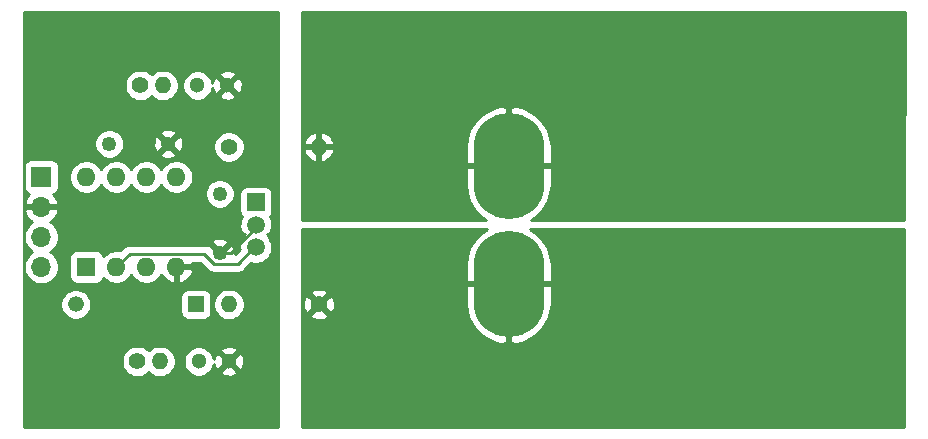
<source format=gbr>
%TF.GenerationSoftware,KiCad,Pcbnew,5.1.6+dfsg1-1*%
%TF.CreationDate,2021-01-11T22:17:59-08:00*%
%TF.ProjectId,high-current-sense-relay,68696768-2d63-4757-9272-656e742d7365,rev?*%
%TF.SameCoordinates,Original*%
%TF.FileFunction,Copper,L2,Bot*%
%TF.FilePolarity,Positive*%
%FSLAX46Y46*%
G04 Gerber Fmt 4.6, Leading zero omitted, Abs format (unit mm)*
G04 Created by KiCad (PCBNEW 5.1.6+dfsg1-1) date 2021-01-11 22:17:59*
%MOMM*%
%LPD*%
G01*
G04 APERTURE LIST*
%TA.AperFunction,ComponentPad*%
%ADD10C,12.800000*%
%TD*%
%TA.AperFunction,ComponentPad*%
%ADD11C,0.900000*%
%TD*%
%TA.AperFunction,ComponentPad*%
%ADD12C,1.250000*%
%TD*%
%TA.AperFunction,ComponentPad*%
%ADD13O,1.400000X1.400000*%
%TD*%
%TA.AperFunction,ComponentPad*%
%ADD14C,1.400000*%
%TD*%
%TA.AperFunction,ComponentPad*%
%ADD15C,1.333500*%
%TD*%
%TA.AperFunction,ComponentPad*%
%ADD16R,1.333500X1.333500*%
%TD*%
%TA.AperFunction,ComponentPad*%
%ADD17C,1.300000*%
%TD*%
%TA.AperFunction,ComponentPad*%
%ADD18R,1.700000X1.700000*%
%TD*%
%TA.AperFunction,ComponentPad*%
%ADD19O,1.700000X1.700000*%
%TD*%
%TA.AperFunction,ComponentPad*%
%ADD20R,1.600000X1.600000*%
%TD*%
%TA.AperFunction,ComponentPad*%
%ADD21O,1.600000X1.600000*%
%TD*%
%TA.AperFunction,ComponentPad*%
%ADD22C,0.800000*%
%TD*%
%TA.AperFunction,ComponentPad*%
%ADD23C,1.500000*%
%TD*%
%TA.AperFunction,ComponentPad*%
%ADD24R,1.500000X1.500000*%
%TD*%
%TA.AperFunction,ComponentPad*%
%ADD25O,6.000000X9.000000*%
%TD*%
%TA.AperFunction,ComponentPad*%
%ADD26O,6.000001X9.000000*%
%TD*%
%TA.AperFunction,Conductor*%
%ADD27C,0.250000*%
%TD*%
%TA.AperFunction,Conductor*%
%ADD28C,0.254000*%
%TD*%
G04 APERTURE END LIST*
D10*
%TO.P,J1,1*%
%TO.N,IP-*%
X155829000Y-43434000D03*
D11*
X151029000Y-43434000D03*
X152434887Y-40039887D03*
X155829000Y-38634000D03*
X159223113Y-40039887D03*
X160629000Y-43434000D03*
X159223113Y-46828113D03*
X155829000Y-48234000D03*
X152434887Y-46828113D03*
%TD*%
D10*
%TO.P,J2,1*%
%TO.N,IP+*%
X155702000Y-23749000D03*
D11*
X150902000Y-23749000D03*
X152307887Y-20354887D03*
X155702000Y-18949000D03*
X159096113Y-20354887D03*
X160502000Y-23749000D03*
X159096113Y-27143113D03*
X155702000Y-28549000D03*
X152307887Y-27143113D03*
%TD*%
D12*
%TO.P,C2,1*%
%TO.N,+3V3*%
X119507000Y-31028000D03*
%TO.P,C2,2*%
%TO.N,GND*%
X119507000Y-36028000D03*
%TD*%
D13*
%TO.P,R2,2*%
%TO.N,IP+*%
X127889000Y-27051000D03*
D14*
%TO.P,R2,1*%
%TO.N,Net-(D1-Pad2)*%
X120269000Y-27051000D03*
%TD*%
D13*
%TO.P,R1,2*%
%TO.N,Net-(D1-Pad2)*%
X120269000Y-40386000D03*
D14*
%TO.P,R1,1*%
%TO.N,IP-*%
X127889000Y-40386000D03*
%TD*%
D12*
%TO.P,C1,1*%
%TO.N,+3V3*%
X110149000Y-26797000D03*
%TO.P,C1,2*%
%TO.N,GND*%
X115149000Y-26797000D03*
%TD*%
D15*
%TO.P,D1,1*%
%TO.N,+3V3*%
X107315000Y-40386000D03*
D16*
%TO.P,D1,2*%
%TO.N,Net-(D1-Pad2)*%
X117475000Y-40386000D03*
%TD*%
D17*
%TO.P,D2,2*%
%TO.N,Net-(D2-Pad2)*%
X117729000Y-45212000D03*
%TO.P,D2,1*%
%TO.N,GND*%
X120269000Y-45212000D03*
%TD*%
%TO.P,D3,1*%
%TO.N,GND*%
X120142000Y-21844000D03*
%TO.P,D3,2*%
%TO.N,Net-(D3-Pad2)*%
X117602000Y-21844000D03*
%TD*%
D18*
%TO.P,J3,1*%
%TO.N,+3V3*%
X104394000Y-29591000D03*
D19*
%TO.P,J3,2*%
%TO.N,GND*%
X104394000Y-32131000D03*
%TO.P,J3,3*%
%TO.N,SDA*%
X104394000Y-34671000D03*
%TO.P,J3,4*%
%TO.N,SCL*%
X104394000Y-37211000D03*
%TD*%
D14*
%TO.P,R3,1*%
%TO.N,+3V3*%
X112522000Y-45212000D03*
D13*
%TO.P,R3,2*%
%TO.N,Net-(D2-Pad2)*%
X114422000Y-45212000D03*
%TD*%
%TO.P,R4,2*%
%TO.N,Net-(D3-Pad2)*%
X114676000Y-21844000D03*
D14*
%TO.P,R4,1*%
%TO.N,IOn*%
X112776000Y-21844000D03*
%TD*%
D20*
%TO.P,U1,1*%
%TO.N,Net-(U1-Pad1)*%
X108204000Y-37211000D03*
D21*
%TO.P,U1,5*%
%TO.N,SDA*%
X115824000Y-29591000D03*
%TO.P,U1,2*%
%TO.N,ISense*%
X110744000Y-37211000D03*
%TO.P,U1,6*%
%TO.N,IOn*%
X113284000Y-29591000D03*
%TO.P,U1,3*%
%TO.N,VSense*%
X113284000Y-37211000D03*
%TO.P,U1,7*%
%TO.N,SCL*%
X110744000Y-29591000D03*
%TO.P,U1,4*%
%TO.N,GND*%
X115824000Y-37211000D03*
%TO.P,U1,8*%
%TO.N,+3V3*%
X108204000Y-29591000D03*
%TD*%
D22*
%TO.P,U3,4*%
%TO.N,IP-*%
X143325000Y-42610000D03*
X146005000Y-36660000D03*
X146005000Y-37990000D03*
X146005000Y-39330000D03*
X146005000Y-40660000D03*
X141905000Y-36660000D03*
X141905000Y-37990000D03*
X141905000Y-39330000D03*
X141905000Y-40660000D03*
X144585000Y-42610000D03*
X145615000Y-41860000D03*
X142295000Y-41860000D03*
%TA.AperFunction,ComponentPad*%
G36*
G01*
X144222477Y-34540953D02*
X144222477Y-34540953D01*
G75*
G02*
X144754047Y-34347477I362523J-169047D01*
G01*
X144754047Y-34347477D01*
G75*
G02*
X144947523Y-34879047I-169047J-362523D01*
G01*
X144947523Y-34879047D01*
G75*
G02*
X144415953Y-35072523I-362523J169047D01*
G01*
X144415953Y-35072523D01*
G75*
G02*
X144222477Y-34540953I169047J362523D01*
G01*
G37*
%TD.AperFunction*%
%TA.AperFunction,ComponentPad*%
G36*
G01*
X143687523Y-34540953D02*
X143687523Y-34540953D01*
G75*
G02*
X143494047Y-35072523I-362523J-169047D01*
G01*
X143494047Y-35072523D01*
G75*
G02*
X142962477Y-34879047I-169047J362523D01*
G01*
X142962477Y-34879047D01*
G75*
G02*
X143155953Y-34347477I362523J169047D01*
G01*
X143155953Y-34347477D01*
G75*
G02*
X143687523Y-34540953I169047J-362523D01*
G01*
G37*
%TD.AperFunction*%
X145615000Y-35460000D03*
X142295000Y-35460000D03*
%TO.P,U3,5*%
%TO.N,IP+*%
X146005000Y-30660000D03*
X146005000Y-26660000D03*
X146005000Y-27990000D03*
X146005000Y-29330000D03*
X141905000Y-26660000D03*
X141905000Y-30660000D03*
X141905000Y-27990000D03*
X141905000Y-29330000D03*
X145615000Y-25460000D03*
X142295000Y-25460000D03*
X143325000Y-24710000D03*
X144585000Y-24710000D03*
X145615000Y-31860000D03*
X142295000Y-31860000D03*
%TA.AperFunction,ComponentPad*%
G36*
G01*
X142962477Y-32440953D02*
X142962477Y-32440953D01*
G75*
G02*
X143494047Y-32247477I362523J-169047D01*
G01*
X143494047Y-32247477D01*
G75*
G02*
X143687523Y-32779047I-169047J-362523D01*
G01*
X143687523Y-32779047D01*
G75*
G02*
X143155953Y-32972523I-362523J169047D01*
G01*
X143155953Y-32972523D01*
G75*
G02*
X142962477Y-32440953I169047J362523D01*
G01*
G37*
%TD.AperFunction*%
%TA.AperFunction,ComponentPad*%
G36*
G01*
X144947523Y-32440953D02*
X144947523Y-32440953D01*
G75*
G02*
X144754047Y-32972523I-362523J-169047D01*
G01*
X144754047Y-32972523D01*
G75*
G02*
X144222477Y-32779047I-169047J362523D01*
G01*
X144222477Y-32779047D01*
G75*
G02*
X144415953Y-32247477I362523J169047D01*
G01*
X144415953Y-32247477D01*
G75*
G02*
X144947523Y-32440953I169047J-362523D01*
G01*
G37*
%TD.AperFunction*%
D23*
%TO.P,U3,2*%
%TO.N,GND*%
X122555000Y-33660000D03*
%TO.P,U3,3*%
%TO.N,ISense*%
X122555000Y-35570000D03*
D24*
%TO.P,U3,1*%
%TO.N,+3V3*%
X122555000Y-31750000D03*
D25*
%TO.P,U3,4*%
%TO.N,IP-*%
X143955000Y-38660000D03*
D26*
%TO.P,U3,5*%
%TO.N,IP+*%
X143955000Y-28660000D03*
%TD*%
D27*
%TO.N,GND*%
X119507000Y-36028000D02*
X120436000Y-36028000D01*
X120436000Y-36028000D02*
X122682000Y-33782000D01*
%TO.N,ISense*%
X119050999Y-36978001D02*
X121009999Y-36978001D01*
X118158997Y-36085999D02*
X119050999Y-36978001D01*
X111869001Y-36085999D02*
X118158997Y-36085999D01*
X110744000Y-37211000D02*
X111869001Y-36085999D01*
X121009999Y-36978001D02*
X122428000Y-35560000D01*
%TD*%
D28*
%TO.N,IP+*%
G36*
X177457275Y-33274000D02*
G01*
X145825976Y-33274000D01*
X145868901Y-33252949D01*
X146435530Y-32820135D01*
X146906834Y-32285094D01*
X147264701Y-31668387D01*
X147495378Y-30993713D01*
X147590000Y-30287000D01*
X147590000Y-28787000D01*
X146521655Y-28787000D01*
X146531836Y-28696441D01*
X146495395Y-28660000D01*
X146531836Y-28623559D01*
X146521655Y-28533000D01*
X147590000Y-28533000D01*
X147590000Y-27033000D01*
X147495378Y-26326287D01*
X147264701Y-25651613D01*
X146906834Y-25034906D01*
X146435530Y-24499865D01*
X145868901Y-24067051D01*
X145228722Y-23753098D01*
X144648729Y-23591812D01*
X144082000Y-23686071D01*
X144082000Y-23799740D01*
X144081019Y-23800264D01*
X144058164Y-24003559D01*
X144082000Y-24027395D01*
X144082000Y-24188848D01*
X144031441Y-24183164D01*
X143955000Y-24259605D01*
X143878559Y-24183164D01*
X143828000Y-24188848D01*
X143828000Y-24027395D01*
X143851836Y-24003559D01*
X143828981Y-23800264D01*
X143828000Y-23799840D01*
X143828000Y-23686071D01*
X143261271Y-23591812D01*
X142681278Y-23753098D01*
X142041099Y-24067051D01*
X141474470Y-24499865D01*
X141003166Y-25034906D01*
X140645299Y-25651613D01*
X140414622Y-26326287D01*
X140320000Y-27033000D01*
X140320000Y-28533000D01*
X141388345Y-28533000D01*
X141378164Y-28623559D01*
X141414605Y-28660000D01*
X141378164Y-28696441D01*
X141388345Y-28787000D01*
X140320000Y-28787000D01*
X140320000Y-30287000D01*
X140414622Y-30993713D01*
X140645299Y-31668387D01*
X141003166Y-32285094D01*
X141474470Y-32820135D01*
X142041099Y-33252949D01*
X142084024Y-33274000D01*
X126492000Y-33274000D01*
X126492000Y-27384329D01*
X126596284Y-27384329D01*
X126628953Y-27492044D01*
X126739208Y-27729392D01*
X126893649Y-27940670D01*
X127086340Y-28117759D01*
X127309877Y-28253853D01*
X127555670Y-28343722D01*
X127762000Y-28221201D01*
X127762000Y-27178000D01*
X128016000Y-27178000D01*
X128016000Y-28221201D01*
X128222330Y-28343722D01*
X128468123Y-28253853D01*
X128691660Y-28117759D01*
X128884351Y-27940670D01*
X129038792Y-27729392D01*
X129149047Y-27492044D01*
X129181716Y-27384329D01*
X129058374Y-27178000D01*
X128016000Y-27178000D01*
X127762000Y-27178000D01*
X126719626Y-27178000D01*
X126596284Y-27384329D01*
X126492000Y-27384329D01*
X126492000Y-26717671D01*
X126596284Y-26717671D01*
X126719626Y-26924000D01*
X127762000Y-26924000D01*
X127762000Y-25880799D01*
X128016000Y-25880799D01*
X128016000Y-26924000D01*
X129058374Y-26924000D01*
X129181716Y-26717671D01*
X129149047Y-26609956D01*
X129038792Y-26372608D01*
X128884351Y-26161330D01*
X128691660Y-25984241D01*
X128468123Y-25848147D01*
X128222330Y-25758278D01*
X128016000Y-25880799D01*
X127762000Y-25880799D01*
X127555670Y-25758278D01*
X127309877Y-25848147D01*
X127086340Y-25984241D01*
X126893649Y-26161330D01*
X126739208Y-26372608D01*
X126628953Y-26609956D01*
X126596284Y-26717671D01*
X126492000Y-26717671D01*
X126492000Y-15646000D01*
X177518696Y-15646000D01*
X177457275Y-33274000D01*
G37*
X177457275Y-33274000D02*
X145825976Y-33274000D01*
X145868901Y-33252949D01*
X146435530Y-32820135D01*
X146906834Y-32285094D01*
X147264701Y-31668387D01*
X147495378Y-30993713D01*
X147590000Y-30287000D01*
X147590000Y-28787000D01*
X146521655Y-28787000D01*
X146531836Y-28696441D01*
X146495395Y-28660000D01*
X146531836Y-28623559D01*
X146521655Y-28533000D01*
X147590000Y-28533000D01*
X147590000Y-27033000D01*
X147495378Y-26326287D01*
X147264701Y-25651613D01*
X146906834Y-25034906D01*
X146435530Y-24499865D01*
X145868901Y-24067051D01*
X145228722Y-23753098D01*
X144648729Y-23591812D01*
X144082000Y-23686071D01*
X144082000Y-23799740D01*
X144081019Y-23800264D01*
X144058164Y-24003559D01*
X144082000Y-24027395D01*
X144082000Y-24188848D01*
X144031441Y-24183164D01*
X143955000Y-24259605D01*
X143878559Y-24183164D01*
X143828000Y-24188848D01*
X143828000Y-24027395D01*
X143851836Y-24003559D01*
X143828981Y-23800264D01*
X143828000Y-23799840D01*
X143828000Y-23686071D01*
X143261271Y-23591812D01*
X142681278Y-23753098D01*
X142041099Y-24067051D01*
X141474470Y-24499865D01*
X141003166Y-25034906D01*
X140645299Y-25651613D01*
X140414622Y-26326287D01*
X140320000Y-27033000D01*
X140320000Y-28533000D01*
X141388345Y-28533000D01*
X141378164Y-28623559D01*
X141414605Y-28660000D01*
X141378164Y-28696441D01*
X141388345Y-28787000D01*
X140320000Y-28787000D01*
X140320000Y-30287000D01*
X140414622Y-30993713D01*
X140645299Y-31668387D01*
X141003166Y-32285094D01*
X141474470Y-32820135D01*
X142041099Y-33252949D01*
X142084024Y-33274000D01*
X126492000Y-33274000D01*
X126492000Y-27384329D01*
X126596284Y-27384329D01*
X126628953Y-27492044D01*
X126739208Y-27729392D01*
X126893649Y-27940670D01*
X127086340Y-28117759D01*
X127309877Y-28253853D01*
X127555670Y-28343722D01*
X127762000Y-28221201D01*
X127762000Y-27178000D01*
X128016000Y-27178000D01*
X128016000Y-28221201D01*
X128222330Y-28343722D01*
X128468123Y-28253853D01*
X128691660Y-28117759D01*
X128884351Y-27940670D01*
X129038792Y-27729392D01*
X129149047Y-27492044D01*
X129181716Y-27384329D01*
X129058374Y-27178000D01*
X128016000Y-27178000D01*
X127762000Y-27178000D01*
X126719626Y-27178000D01*
X126596284Y-27384329D01*
X126492000Y-27384329D01*
X126492000Y-26717671D01*
X126596284Y-26717671D01*
X126719626Y-26924000D01*
X127762000Y-26924000D01*
X127762000Y-25880799D01*
X128016000Y-25880799D01*
X128016000Y-26924000D01*
X129058374Y-26924000D01*
X129181716Y-26717671D01*
X129149047Y-26609956D01*
X129038792Y-26372608D01*
X128884351Y-26161330D01*
X128691660Y-25984241D01*
X128468123Y-25848147D01*
X128222330Y-25758278D01*
X128016000Y-25880799D01*
X127762000Y-25880799D01*
X127555670Y-25758278D01*
X127309877Y-25848147D01*
X127086340Y-25984241D01*
X126893649Y-26161330D01*
X126739208Y-26372608D01*
X126628953Y-26609956D01*
X126596284Y-26717671D01*
X126492000Y-26717671D01*
X126492000Y-15646000D01*
X177518696Y-15646000D01*
X177457275Y-33274000D01*
G36*
X144031441Y-25236836D02*
G01*
X144082000Y-25231152D01*
X144082000Y-25392605D01*
X144058164Y-25416441D01*
X144081019Y-25619736D01*
X144082000Y-25620160D01*
X144082000Y-28533000D01*
X145488345Y-28533000D01*
X145478164Y-28623559D01*
X145514605Y-28660000D01*
X145478164Y-28696441D01*
X145488345Y-28787000D01*
X144082000Y-28787000D01*
X144082000Y-28807000D01*
X143828000Y-28807000D01*
X143828000Y-28787000D01*
X142421655Y-28787000D01*
X142431836Y-28696441D01*
X142395395Y-28660000D01*
X142431836Y-28623559D01*
X142421655Y-28533000D01*
X143828000Y-28533000D01*
X143828000Y-25620260D01*
X143828981Y-25619736D01*
X143851836Y-25416441D01*
X143828000Y-25392605D01*
X143828000Y-25231152D01*
X143878559Y-25236836D01*
X143955000Y-25160395D01*
X144031441Y-25236836D01*
G37*
X144031441Y-25236836D02*
X144082000Y-25231152D01*
X144082000Y-25392605D01*
X144058164Y-25416441D01*
X144081019Y-25619736D01*
X144082000Y-25620160D01*
X144082000Y-28533000D01*
X145488345Y-28533000D01*
X145478164Y-28623559D01*
X145514605Y-28660000D01*
X145478164Y-28696441D01*
X145488345Y-28787000D01*
X144082000Y-28787000D01*
X144082000Y-28807000D01*
X143828000Y-28807000D01*
X143828000Y-28787000D01*
X142421655Y-28787000D01*
X142431836Y-28696441D01*
X142395395Y-28660000D01*
X142431836Y-28623559D01*
X142421655Y-28533000D01*
X143828000Y-28533000D01*
X143828000Y-25620260D01*
X143828981Y-25619736D01*
X143851836Y-25416441D01*
X143828000Y-25392605D01*
X143828000Y-25231152D01*
X143878559Y-25236836D01*
X143955000Y-25160395D01*
X144031441Y-25236836D01*
%TO.N,IP-*%
G36*
X142041099Y-34067051D02*
G01*
X141474470Y-34499865D01*
X141003166Y-35034906D01*
X140645299Y-35651613D01*
X140414622Y-36326287D01*
X140320000Y-37033000D01*
X140320000Y-38533000D01*
X141388345Y-38533000D01*
X141378164Y-38623559D01*
X141414605Y-38660000D01*
X141378164Y-38696441D01*
X141388345Y-38787000D01*
X140320000Y-38787000D01*
X140320000Y-40287000D01*
X140414622Y-40993713D01*
X140645299Y-41668387D01*
X141003166Y-42285094D01*
X141474470Y-42820135D01*
X142041099Y-43252949D01*
X142681278Y-43566902D01*
X143261271Y-43728188D01*
X143828000Y-43633929D01*
X143828000Y-43520260D01*
X143828981Y-43519736D01*
X143851836Y-43316441D01*
X143828000Y-43292605D01*
X143828000Y-43131152D01*
X143878559Y-43136836D01*
X143955000Y-43060395D01*
X144031441Y-43136836D01*
X144082000Y-43131152D01*
X144082000Y-43292605D01*
X144058164Y-43316441D01*
X144081019Y-43519736D01*
X144082000Y-43520160D01*
X144082000Y-43633929D01*
X144648729Y-43728188D01*
X145228722Y-43566902D01*
X145868901Y-43252949D01*
X146435530Y-42820135D01*
X146906834Y-42285094D01*
X147264701Y-41668387D01*
X147495378Y-40993713D01*
X147590000Y-40287000D01*
X147590000Y-38787000D01*
X146521655Y-38787000D01*
X146531836Y-38696441D01*
X146495395Y-38660000D01*
X146531836Y-38623559D01*
X146521655Y-38533000D01*
X147590000Y-38533000D01*
X147590000Y-37033000D01*
X147495378Y-36326287D01*
X147264701Y-35651613D01*
X146906834Y-35034906D01*
X146435530Y-34499865D01*
X145868901Y-34067051D01*
X145805585Y-34036000D01*
X177454620Y-34036000D01*
X177396297Y-50775000D01*
X126492000Y-50775000D01*
X126492000Y-41307269D01*
X127147336Y-41307269D01*
X127206797Y-41541037D01*
X127445242Y-41651934D01*
X127700740Y-41714183D01*
X127963473Y-41725390D01*
X128223344Y-41685125D01*
X128470366Y-41594935D01*
X128571203Y-41541037D01*
X128630664Y-41307269D01*
X127889000Y-40565605D01*
X127147336Y-41307269D01*
X126492000Y-41307269D01*
X126492000Y-40460473D01*
X126549610Y-40460473D01*
X126589875Y-40720344D01*
X126680065Y-40967366D01*
X126733963Y-41068203D01*
X126967731Y-41127664D01*
X127709395Y-40386000D01*
X128068605Y-40386000D01*
X128810269Y-41127664D01*
X129044037Y-41068203D01*
X129154934Y-40829758D01*
X129217183Y-40574260D01*
X129228390Y-40311527D01*
X129188125Y-40051656D01*
X129097935Y-39804634D01*
X129044037Y-39703797D01*
X128810269Y-39644336D01*
X128068605Y-40386000D01*
X127709395Y-40386000D01*
X126967731Y-39644336D01*
X126733963Y-39703797D01*
X126623066Y-39942242D01*
X126560817Y-40197740D01*
X126549610Y-40460473D01*
X126492000Y-40460473D01*
X126492000Y-39464731D01*
X127147336Y-39464731D01*
X127889000Y-40206395D01*
X128630664Y-39464731D01*
X128571203Y-39230963D01*
X128332758Y-39120066D01*
X128077260Y-39057817D01*
X127814527Y-39046610D01*
X127554656Y-39086875D01*
X127307634Y-39177065D01*
X127206797Y-39230963D01*
X127147336Y-39464731D01*
X126492000Y-39464731D01*
X126492000Y-34036000D01*
X142104415Y-34036000D01*
X142041099Y-34067051D01*
G37*
X142041099Y-34067051D02*
X141474470Y-34499865D01*
X141003166Y-35034906D01*
X140645299Y-35651613D01*
X140414622Y-36326287D01*
X140320000Y-37033000D01*
X140320000Y-38533000D01*
X141388345Y-38533000D01*
X141378164Y-38623559D01*
X141414605Y-38660000D01*
X141378164Y-38696441D01*
X141388345Y-38787000D01*
X140320000Y-38787000D01*
X140320000Y-40287000D01*
X140414622Y-40993713D01*
X140645299Y-41668387D01*
X141003166Y-42285094D01*
X141474470Y-42820135D01*
X142041099Y-43252949D01*
X142681278Y-43566902D01*
X143261271Y-43728188D01*
X143828000Y-43633929D01*
X143828000Y-43520260D01*
X143828981Y-43519736D01*
X143851836Y-43316441D01*
X143828000Y-43292605D01*
X143828000Y-43131152D01*
X143878559Y-43136836D01*
X143955000Y-43060395D01*
X144031441Y-43136836D01*
X144082000Y-43131152D01*
X144082000Y-43292605D01*
X144058164Y-43316441D01*
X144081019Y-43519736D01*
X144082000Y-43520160D01*
X144082000Y-43633929D01*
X144648729Y-43728188D01*
X145228722Y-43566902D01*
X145868901Y-43252949D01*
X146435530Y-42820135D01*
X146906834Y-42285094D01*
X147264701Y-41668387D01*
X147495378Y-40993713D01*
X147590000Y-40287000D01*
X147590000Y-38787000D01*
X146521655Y-38787000D01*
X146531836Y-38696441D01*
X146495395Y-38660000D01*
X146531836Y-38623559D01*
X146521655Y-38533000D01*
X147590000Y-38533000D01*
X147590000Y-37033000D01*
X147495378Y-36326287D01*
X147264701Y-35651613D01*
X146906834Y-35034906D01*
X146435530Y-34499865D01*
X145868901Y-34067051D01*
X145805585Y-34036000D01*
X177454620Y-34036000D01*
X177396297Y-50775000D01*
X126492000Y-50775000D01*
X126492000Y-41307269D01*
X127147336Y-41307269D01*
X127206797Y-41541037D01*
X127445242Y-41651934D01*
X127700740Y-41714183D01*
X127963473Y-41725390D01*
X128223344Y-41685125D01*
X128470366Y-41594935D01*
X128571203Y-41541037D01*
X128630664Y-41307269D01*
X127889000Y-40565605D01*
X127147336Y-41307269D01*
X126492000Y-41307269D01*
X126492000Y-40460473D01*
X126549610Y-40460473D01*
X126589875Y-40720344D01*
X126680065Y-40967366D01*
X126733963Y-41068203D01*
X126967731Y-41127664D01*
X127709395Y-40386000D01*
X128068605Y-40386000D01*
X128810269Y-41127664D01*
X129044037Y-41068203D01*
X129154934Y-40829758D01*
X129217183Y-40574260D01*
X129228390Y-40311527D01*
X129188125Y-40051656D01*
X129097935Y-39804634D01*
X129044037Y-39703797D01*
X128810269Y-39644336D01*
X128068605Y-40386000D01*
X127709395Y-40386000D01*
X126967731Y-39644336D01*
X126733963Y-39703797D01*
X126623066Y-39942242D01*
X126560817Y-40197740D01*
X126549610Y-40460473D01*
X126492000Y-40460473D01*
X126492000Y-39464731D01*
X127147336Y-39464731D01*
X127889000Y-40206395D01*
X128630664Y-39464731D01*
X128571203Y-39230963D01*
X128332758Y-39120066D01*
X128077260Y-39057817D01*
X127814527Y-39046610D01*
X127554656Y-39086875D01*
X127307634Y-39177065D01*
X127206797Y-39230963D01*
X127147336Y-39464731D01*
X126492000Y-39464731D01*
X126492000Y-34036000D01*
X142104415Y-34036000D01*
X142041099Y-34067051D01*
G36*
X144082000Y-38533000D02*
G01*
X145488345Y-38533000D01*
X145478164Y-38623559D01*
X145514605Y-38660000D01*
X145478164Y-38696441D01*
X145488345Y-38787000D01*
X144082000Y-38787000D01*
X144082000Y-41699740D01*
X144081019Y-41700264D01*
X144058164Y-41903559D01*
X144082000Y-41927395D01*
X144082000Y-42088848D01*
X144031441Y-42083164D01*
X143955000Y-42159605D01*
X143878559Y-42083164D01*
X143828000Y-42088848D01*
X143828000Y-41927395D01*
X143851836Y-41903559D01*
X143828981Y-41700264D01*
X143828000Y-41699840D01*
X143828000Y-38787000D01*
X142421655Y-38787000D01*
X142431836Y-38696441D01*
X142395395Y-38660000D01*
X142431836Y-38623559D01*
X142421655Y-38533000D01*
X143828000Y-38533000D01*
X143828000Y-38513000D01*
X144082000Y-38513000D01*
X144082000Y-38533000D01*
G37*
X144082000Y-38533000D02*
X145488345Y-38533000D01*
X145478164Y-38623559D01*
X145514605Y-38660000D01*
X145478164Y-38696441D01*
X145488345Y-38787000D01*
X144082000Y-38787000D01*
X144082000Y-41699740D01*
X144081019Y-41700264D01*
X144058164Y-41903559D01*
X144082000Y-41927395D01*
X144082000Y-42088848D01*
X144031441Y-42083164D01*
X143955000Y-42159605D01*
X143878559Y-42083164D01*
X143828000Y-42088848D01*
X143828000Y-41927395D01*
X143851836Y-41903559D01*
X143828981Y-41700264D01*
X143828000Y-41699840D01*
X143828000Y-38787000D01*
X142421655Y-38787000D01*
X142431836Y-38696441D01*
X142395395Y-38660000D01*
X142431836Y-38623559D01*
X142421655Y-38533000D01*
X143828000Y-38533000D01*
X143828000Y-38513000D01*
X144082000Y-38513000D01*
X144082000Y-38533000D01*
%TO.N,GND*%
G36*
X124460000Y-50775000D02*
G01*
X102895000Y-50775000D01*
X102895000Y-45080514D01*
X111187000Y-45080514D01*
X111187000Y-45343486D01*
X111238304Y-45601405D01*
X111338939Y-45844359D01*
X111485038Y-46063013D01*
X111670987Y-46248962D01*
X111889641Y-46395061D01*
X112132595Y-46495696D01*
X112390514Y-46547000D01*
X112653486Y-46547000D01*
X112911405Y-46495696D01*
X113154359Y-46395061D01*
X113373013Y-46248962D01*
X113472000Y-46149975D01*
X113570987Y-46248962D01*
X113789641Y-46395061D01*
X114032595Y-46495696D01*
X114290514Y-46547000D01*
X114553486Y-46547000D01*
X114811405Y-46495696D01*
X115054359Y-46395061D01*
X115273013Y-46248962D01*
X115458962Y-46063013D01*
X115605061Y-45844359D01*
X115705696Y-45601405D01*
X115757000Y-45343486D01*
X115757000Y-45085439D01*
X116444000Y-45085439D01*
X116444000Y-45338561D01*
X116493381Y-45586821D01*
X116590247Y-45820676D01*
X116730875Y-46031140D01*
X116909860Y-46210125D01*
X117120324Y-46350753D01*
X117354179Y-46447619D01*
X117602439Y-46497000D01*
X117855561Y-46497000D01*
X118103821Y-46447619D01*
X118337676Y-46350753D01*
X118548140Y-46210125D01*
X118660738Y-46097527D01*
X119563078Y-46097527D01*
X119616466Y-46326201D01*
X119846374Y-46432095D01*
X120092524Y-46491102D01*
X120345455Y-46500952D01*
X120595449Y-46461270D01*
X120832896Y-46373578D01*
X120921534Y-46326201D01*
X120974922Y-46097527D01*
X120269000Y-45391605D01*
X119563078Y-46097527D01*
X118660738Y-46097527D01*
X118727125Y-46031140D01*
X118867753Y-45820676D01*
X118964619Y-45586821D01*
X118999540Y-45411256D01*
X119019730Y-45538449D01*
X119107422Y-45775896D01*
X119154799Y-45864534D01*
X119383473Y-45917922D01*
X120089395Y-45212000D01*
X120448605Y-45212000D01*
X121154527Y-45917922D01*
X121383201Y-45864534D01*
X121489095Y-45634626D01*
X121548102Y-45388476D01*
X121557952Y-45135545D01*
X121518270Y-44885551D01*
X121430578Y-44648104D01*
X121383201Y-44559466D01*
X121154527Y-44506078D01*
X120448605Y-45212000D01*
X120089395Y-45212000D01*
X119383473Y-44506078D01*
X119154799Y-44559466D01*
X119048905Y-44789374D01*
X118997644Y-45003211D01*
X118964619Y-44837179D01*
X118867753Y-44603324D01*
X118727125Y-44392860D01*
X118660738Y-44326473D01*
X119563078Y-44326473D01*
X120269000Y-45032395D01*
X120974922Y-44326473D01*
X120921534Y-44097799D01*
X120691626Y-43991905D01*
X120445476Y-43932898D01*
X120192545Y-43923048D01*
X119942551Y-43962730D01*
X119705104Y-44050422D01*
X119616466Y-44097799D01*
X119563078Y-44326473D01*
X118660738Y-44326473D01*
X118548140Y-44213875D01*
X118337676Y-44073247D01*
X118103821Y-43976381D01*
X117855561Y-43927000D01*
X117602439Y-43927000D01*
X117354179Y-43976381D01*
X117120324Y-44073247D01*
X116909860Y-44213875D01*
X116730875Y-44392860D01*
X116590247Y-44603324D01*
X116493381Y-44837179D01*
X116444000Y-45085439D01*
X115757000Y-45085439D01*
X115757000Y-45080514D01*
X115705696Y-44822595D01*
X115605061Y-44579641D01*
X115458962Y-44360987D01*
X115273013Y-44175038D01*
X115054359Y-44028939D01*
X114811405Y-43928304D01*
X114553486Y-43877000D01*
X114290514Y-43877000D01*
X114032595Y-43928304D01*
X113789641Y-44028939D01*
X113570987Y-44175038D01*
X113472000Y-44274025D01*
X113373013Y-44175038D01*
X113154359Y-44028939D01*
X112911405Y-43928304D01*
X112653486Y-43877000D01*
X112390514Y-43877000D01*
X112132595Y-43928304D01*
X111889641Y-44028939D01*
X111670987Y-44175038D01*
X111485038Y-44360987D01*
X111338939Y-44579641D01*
X111238304Y-44822595D01*
X111187000Y-45080514D01*
X102895000Y-45080514D01*
X102895000Y-40257789D01*
X106013250Y-40257789D01*
X106013250Y-40514211D01*
X106063275Y-40765707D01*
X106161404Y-41002610D01*
X106303864Y-41215818D01*
X106485182Y-41397136D01*
X106698390Y-41539596D01*
X106935293Y-41637725D01*
X107186789Y-41687750D01*
X107443211Y-41687750D01*
X107694707Y-41637725D01*
X107931610Y-41539596D01*
X108144818Y-41397136D01*
X108326136Y-41215818D01*
X108468596Y-41002610D01*
X108566725Y-40765707D01*
X108616750Y-40514211D01*
X108616750Y-40257789D01*
X108566725Y-40006293D01*
X108468596Y-39769390D01*
X108435094Y-39719250D01*
X116170178Y-39719250D01*
X116170178Y-41052750D01*
X116182438Y-41177232D01*
X116218748Y-41296930D01*
X116277713Y-41407244D01*
X116357065Y-41503935D01*
X116453756Y-41583287D01*
X116564070Y-41642252D01*
X116683768Y-41678562D01*
X116808250Y-41690822D01*
X118141750Y-41690822D01*
X118266232Y-41678562D01*
X118385930Y-41642252D01*
X118496244Y-41583287D01*
X118592935Y-41503935D01*
X118672287Y-41407244D01*
X118731252Y-41296930D01*
X118767562Y-41177232D01*
X118779822Y-41052750D01*
X118779822Y-40254514D01*
X118934000Y-40254514D01*
X118934000Y-40517486D01*
X118985304Y-40775405D01*
X119085939Y-41018359D01*
X119232038Y-41237013D01*
X119417987Y-41422962D01*
X119636641Y-41569061D01*
X119879595Y-41669696D01*
X120137514Y-41721000D01*
X120400486Y-41721000D01*
X120658405Y-41669696D01*
X120901359Y-41569061D01*
X121120013Y-41422962D01*
X121305962Y-41237013D01*
X121452061Y-41018359D01*
X121552696Y-40775405D01*
X121604000Y-40517486D01*
X121604000Y-40254514D01*
X121552696Y-39996595D01*
X121452061Y-39753641D01*
X121305962Y-39534987D01*
X121120013Y-39349038D01*
X120901359Y-39202939D01*
X120658405Y-39102304D01*
X120400486Y-39051000D01*
X120137514Y-39051000D01*
X119879595Y-39102304D01*
X119636641Y-39202939D01*
X119417987Y-39349038D01*
X119232038Y-39534987D01*
X119085939Y-39753641D01*
X118985304Y-39996595D01*
X118934000Y-40254514D01*
X118779822Y-40254514D01*
X118779822Y-39719250D01*
X118767562Y-39594768D01*
X118731252Y-39475070D01*
X118672287Y-39364756D01*
X118592935Y-39268065D01*
X118496244Y-39188713D01*
X118385930Y-39129748D01*
X118266232Y-39093438D01*
X118141750Y-39081178D01*
X116808250Y-39081178D01*
X116683768Y-39093438D01*
X116564070Y-39129748D01*
X116453756Y-39188713D01*
X116357065Y-39268065D01*
X116277713Y-39364756D01*
X116218748Y-39475070D01*
X116182438Y-39594768D01*
X116170178Y-39719250D01*
X108435094Y-39719250D01*
X108326136Y-39556182D01*
X108144818Y-39374864D01*
X107931610Y-39232404D01*
X107694707Y-39134275D01*
X107443211Y-39084250D01*
X107186789Y-39084250D01*
X106935293Y-39134275D01*
X106698390Y-39232404D01*
X106485182Y-39374864D01*
X106303864Y-39556182D01*
X106161404Y-39769390D01*
X106063275Y-40006293D01*
X106013250Y-40257789D01*
X102895000Y-40257789D01*
X102895000Y-34524740D01*
X102909000Y-34524740D01*
X102909000Y-34817260D01*
X102966068Y-35104158D01*
X103078010Y-35374411D01*
X103240525Y-35617632D01*
X103447368Y-35824475D01*
X103621760Y-35941000D01*
X103447368Y-36057525D01*
X103240525Y-36264368D01*
X103078010Y-36507589D01*
X102966068Y-36777842D01*
X102909000Y-37064740D01*
X102909000Y-37357260D01*
X102966068Y-37644158D01*
X103078010Y-37914411D01*
X103240525Y-38157632D01*
X103447368Y-38364475D01*
X103690589Y-38526990D01*
X103960842Y-38638932D01*
X104247740Y-38696000D01*
X104540260Y-38696000D01*
X104827158Y-38638932D01*
X105097411Y-38526990D01*
X105340632Y-38364475D01*
X105547475Y-38157632D01*
X105709990Y-37914411D01*
X105821932Y-37644158D01*
X105879000Y-37357260D01*
X105879000Y-37064740D01*
X105821932Y-36777842D01*
X105709990Y-36507589D01*
X105645452Y-36411000D01*
X106765928Y-36411000D01*
X106765928Y-38011000D01*
X106778188Y-38135482D01*
X106814498Y-38255180D01*
X106873463Y-38365494D01*
X106952815Y-38462185D01*
X107049506Y-38541537D01*
X107159820Y-38600502D01*
X107279518Y-38636812D01*
X107404000Y-38649072D01*
X109004000Y-38649072D01*
X109128482Y-38636812D01*
X109248180Y-38600502D01*
X109358494Y-38541537D01*
X109455185Y-38462185D01*
X109534537Y-38365494D01*
X109593502Y-38255180D01*
X109629812Y-38135482D01*
X109630643Y-38127039D01*
X109829241Y-38325637D01*
X110064273Y-38482680D01*
X110325426Y-38590853D01*
X110602665Y-38646000D01*
X110885335Y-38646000D01*
X111162574Y-38590853D01*
X111423727Y-38482680D01*
X111658759Y-38325637D01*
X111858637Y-38125759D01*
X112014000Y-37893241D01*
X112169363Y-38125759D01*
X112369241Y-38325637D01*
X112604273Y-38482680D01*
X112865426Y-38590853D01*
X113142665Y-38646000D01*
X113425335Y-38646000D01*
X113702574Y-38590853D01*
X113963727Y-38482680D01*
X114198759Y-38325637D01*
X114398637Y-38125759D01*
X114555680Y-37890727D01*
X114560067Y-37880135D01*
X114671615Y-38066131D01*
X114860586Y-38274519D01*
X115086580Y-38442037D01*
X115340913Y-38562246D01*
X115474961Y-38602904D01*
X115697000Y-38480915D01*
X115697000Y-37338000D01*
X115951000Y-37338000D01*
X115951000Y-38480915D01*
X116173039Y-38602904D01*
X116307087Y-38562246D01*
X116561420Y-38442037D01*
X116787414Y-38274519D01*
X116976385Y-38066131D01*
X117121070Y-37824881D01*
X117215909Y-37560040D01*
X117094624Y-37338000D01*
X115951000Y-37338000D01*
X115697000Y-37338000D01*
X115677000Y-37338000D01*
X115677000Y-37084000D01*
X115697000Y-37084000D01*
X115697000Y-37064000D01*
X115951000Y-37064000D01*
X115951000Y-37084000D01*
X117094624Y-37084000D01*
X117215909Y-36861960D01*
X117210193Y-36845999D01*
X117844196Y-36845999D01*
X118487200Y-37489004D01*
X118510998Y-37518002D01*
X118626723Y-37612975D01*
X118758752Y-37683547D01*
X118902013Y-37727004D01*
X119013666Y-37738001D01*
X119013675Y-37738001D01*
X119050998Y-37741677D01*
X119088321Y-37738001D01*
X120972677Y-37738001D01*
X121009999Y-37741677D01*
X121047321Y-37738001D01*
X121047332Y-37738001D01*
X121158985Y-37727004D01*
X121302246Y-37683547D01*
X121434275Y-37612975D01*
X121550000Y-37518002D01*
X121573803Y-37488998D01*
X122159365Y-36903437D01*
X122418589Y-36955000D01*
X122691411Y-36955000D01*
X122958989Y-36901775D01*
X123211043Y-36797371D01*
X123437886Y-36645799D01*
X123630799Y-36452886D01*
X123782371Y-36226043D01*
X123886775Y-35973989D01*
X123940000Y-35706411D01*
X123940000Y-35433589D01*
X123886775Y-35166011D01*
X123782371Y-34913957D01*
X123630799Y-34687114D01*
X123562990Y-34619305D01*
X123628451Y-34553843D01*
X123511995Y-34437387D01*
X123750860Y-34371863D01*
X123866760Y-34124884D01*
X123932250Y-33860040D01*
X123944812Y-33587508D01*
X123903965Y-33317762D01*
X123811277Y-33061168D01*
X123753616Y-32953293D01*
X123756185Y-32951185D01*
X123835537Y-32854494D01*
X123894502Y-32744180D01*
X123930812Y-32624482D01*
X123943072Y-32500000D01*
X123943072Y-31000000D01*
X123930812Y-30875518D01*
X123894502Y-30755820D01*
X123835537Y-30645506D01*
X123756185Y-30548815D01*
X123659494Y-30469463D01*
X123549180Y-30410498D01*
X123429482Y-30374188D01*
X123305000Y-30361928D01*
X121805000Y-30361928D01*
X121680518Y-30374188D01*
X121560820Y-30410498D01*
X121450506Y-30469463D01*
X121353815Y-30548815D01*
X121274463Y-30645506D01*
X121215498Y-30755820D01*
X121179188Y-30875518D01*
X121166928Y-31000000D01*
X121166928Y-32500000D01*
X121179188Y-32624482D01*
X121215498Y-32744180D01*
X121274463Y-32854494D01*
X121353815Y-32951185D01*
X121356627Y-32953493D01*
X121243240Y-33195116D01*
X121177750Y-33459960D01*
X121165188Y-33732492D01*
X121206035Y-34002238D01*
X121298723Y-34258832D01*
X121359140Y-34371863D01*
X121598005Y-34437387D01*
X121481549Y-34553843D01*
X121547011Y-34619305D01*
X121479201Y-34687114D01*
X121327629Y-34913957D01*
X121223225Y-35166011D01*
X121170000Y-35433589D01*
X121170000Y-35706411D01*
X121176103Y-35737095D01*
X120763356Y-36149843D01*
X120770726Y-35950553D01*
X120731335Y-35705501D01*
X120644893Y-35472842D01*
X120600777Y-35390306D01*
X120374648Y-35339957D01*
X119686605Y-36028000D01*
X119700748Y-36042143D01*
X119524889Y-36218001D01*
X119517396Y-36218001D01*
X119507000Y-36207605D01*
X119496604Y-36218001D01*
X119489111Y-36218001D01*
X119313253Y-36042143D01*
X119327395Y-36028000D01*
X118639352Y-35339957D01*
X118453076Y-35381432D01*
X118451244Y-35380453D01*
X118307983Y-35336996D01*
X118196330Y-35325999D01*
X118196319Y-35325999D01*
X118158997Y-35322323D01*
X118121675Y-35325999D01*
X111906326Y-35325999D01*
X111869001Y-35322323D01*
X111831676Y-35325999D01*
X111831668Y-35325999D01*
X111720015Y-35336996D01*
X111576754Y-35380453D01*
X111444725Y-35451025D01*
X111329000Y-35545998D01*
X111305202Y-35574996D01*
X111067886Y-35812312D01*
X110885335Y-35776000D01*
X110602665Y-35776000D01*
X110325426Y-35831147D01*
X110064273Y-35939320D01*
X109829241Y-36096363D01*
X109630643Y-36294961D01*
X109629812Y-36286518D01*
X109593502Y-36166820D01*
X109534537Y-36056506D01*
X109455185Y-35959815D01*
X109358494Y-35880463D01*
X109248180Y-35821498D01*
X109128482Y-35785188D01*
X109004000Y-35772928D01*
X107404000Y-35772928D01*
X107279518Y-35785188D01*
X107159820Y-35821498D01*
X107049506Y-35880463D01*
X106952815Y-35959815D01*
X106873463Y-36056506D01*
X106814498Y-36166820D01*
X106778188Y-36286518D01*
X106765928Y-36411000D01*
X105645452Y-36411000D01*
X105547475Y-36264368D01*
X105340632Y-36057525D01*
X105166240Y-35941000D01*
X105340632Y-35824475D01*
X105547475Y-35617632D01*
X105709990Y-35374411D01*
X105798655Y-35160352D01*
X118818957Y-35160352D01*
X119507000Y-35848395D01*
X120195043Y-35160352D01*
X120144694Y-34934223D01*
X119919056Y-34830832D01*
X119677582Y-34773447D01*
X119429553Y-34764274D01*
X119184501Y-34803665D01*
X118951842Y-34890107D01*
X118869306Y-34934223D01*
X118818957Y-35160352D01*
X105798655Y-35160352D01*
X105821932Y-35104158D01*
X105879000Y-34817260D01*
X105879000Y-34524740D01*
X105821932Y-34237842D01*
X105709990Y-33967589D01*
X105547475Y-33724368D01*
X105340632Y-33517525D01*
X105158466Y-33395805D01*
X105275355Y-33326178D01*
X105491588Y-33131269D01*
X105665641Y-32897920D01*
X105790825Y-32635099D01*
X105835476Y-32487890D01*
X105714155Y-32258000D01*
X104521000Y-32258000D01*
X104521000Y-32278000D01*
X104267000Y-32278000D01*
X104267000Y-32258000D01*
X103073845Y-32258000D01*
X102952524Y-32487890D01*
X102997175Y-32635099D01*
X103122359Y-32897920D01*
X103296412Y-33131269D01*
X103512645Y-33326178D01*
X103629534Y-33395805D01*
X103447368Y-33517525D01*
X103240525Y-33724368D01*
X103078010Y-33967589D01*
X102966068Y-34237842D01*
X102909000Y-34524740D01*
X102895000Y-34524740D01*
X102895000Y-28741000D01*
X102905928Y-28741000D01*
X102905928Y-30441000D01*
X102918188Y-30565482D01*
X102954498Y-30685180D01*
X103013463Y-30795494D01*
X103092815Y-30892185D01*
X103189506Y-30971537D01*
X103299820Y-31030502D01*
X103380466Y-31054966D01*
X103296412Y-31130731D01*
X103122359Y-31364080D01*
X102997175Y-31626901D01*
X102952524Y-31774110D01*
X103073845Y-32004000D01*
X104267000Y-32004000D01*
X104267000Y-31984000D01*
X104521000Y-31984000D01*
X104521000Y-32004000D01*
X105714155Y-32004000D01*
X105835476Y-31774110D01*
X105790825Y-31626901D01*
X105665641Y-31364080D01*
X105491588Y-31130731D01*
X105407534Y-31054966D01*
X105488180Y-31030502D01*
X105598494Y-30971537D01*
X105695185Y-30892185D01*
X105774537Y-30795494D01*
X105833502Y-30685180D01*
X105869812Y-30565482D01*
X105882072Y-30441000D01*
X105882072Y-29449665D01*
X106769000Y-29449665D01*
X106769000Y-29732335D01*
X106824147Y-30009574D01*
X106932320Y-30270727D01*
X107089363Y-30505759D01*
X107289241Y-30705637D01*
X107524273Y-30862680D01*
X107785426Y-30970853D01*
X108062665Y-31026000D01*
X108345335Y-31026000D01*
X108622574Y-30970853D01*
X108883727Y-30862680D01*
X109118759Y-30705637D01*
X109318637Y-30505759D01*
X109474000Y-30273241D01*
X109629363Y-30505759D01*
X109829241Y-30705637D01*
X110064273Y-30862680D01*
X110325426Y-30970853D01*
X110602665Y-31026000D01*
X110885335Y-31026000D01*
X111162574Y-30970853D01*
X111423727Y-30862680D01*
X111658759Y-30705637D01*
X111858637Y-30505759D01*
X112014000Y-30273241D01*
X112169363Y-30505759D01*
X112369241Y-30705637D01*
X112604273Y-30862680D01*
X112865426Y-30970853D01*
X113142665Y-31026000D01*
X113425335Y-31026000D01*
X113702574Y-30970853D01*
X113963727Y-30862680D01*
X114198759Y-30705637D01*
X114398637Y-30505759D01*
X114554000Y-30273241D01*
X114709363Y-30505759D01*
X114909241Y-30705637D01*
X115144273Y-30862680D01*
X115405426Y-30970853D01*
X115682665Y-31026000D01*
X115965335Y-31026000D01*
X116242574Y-30970853D01*
X116404210Y-30903901D01*
X118247000Y-30903901D01*
X118247000Y-31152099D01*
X118295421Y-31395529D01*
X118390402Y-31624834D01*
X118528294Y-31831203D01*
X118703797Y-32006706D01*
X118910166Y-32144598D01*
X119139471Y-32239579D01*
X119382901Y-32288000D01*
X119631099Y-32288000D01*
X119874529Y-32239579D01*
X120103834Y-32144598D01*
X120310203Y-32006706D01*
X120485706Y-31831203D01*
X120623598Y-31624834D01*
X120718579Y-31395529D01*
X120767000Y-31152099D01*
X120767000Y-30903901D01*
X120718579Y-30660471D01*
X120623598Y-30431166D01*
X120485706Y-30224797D01*
X120310203Y-30049294D01*
X120103834Y-29911402D01*
X119874529Y-29816421D01*
X119631099Y-29768000D01*
X119382901Y-29768000D01*
X119139471Y-29816421D01*
X118910166Y-29911402D01*
X118703797Y-30049294D01*
X118528294Y-30224797D01*
X118390402Y-30431166D01*
X118295421Y-30660471D01*
X118247000Y-30903901D01*
X116404210Y-30903901D01*
X116503727Y-30862680D01*
X116738759Y-30705637D01*
X116938637Y-30505759D01*
X117095680Y-30270727D01*
X117203853Y-30009574D01*
X117259000Y-29732335D01*
X117259000Y-29449665D01*
X117203853Y-29172426D01*
X117095680Y-28911273D01*
X116938637Y-28676241D01*
X116738759Y-28476363D01*
X116503727Y-28319320D01*
X116242574Y-28211147D01*
X115965335Y-28156000D01*
X115682665Y-28156000D01*
X115405426Y-28211147D01*
X115144273Y-28319320D01*
X114909241Y-28476363D01*
X114709363Y-28676241D01*
X114554000Y-28908759D01*
X114398637Y-28676241D01*
X114198759Y-28476363D01*
X113963727Y-28319320D01*
X113702574Y-28211147D01*
X113425335Y-28156000D01*
X113142665Y-28156000D01*
X112865426Y-28211147D01*
X112604273Y-28319320D01*
X112369241Y-28476363D01*
X112169363Y-28676241D01*
X112014000Y-28908759D01*
X111858637Y-28676241D01*
X111658759Y-28476363D01*
X111423727Y-28319320D01*
X111162574Y-28211147D01*
X110885335Y-28156000D01*
X110602665Y-28156000D01*
X110325426Y-28211147D01*
X110064273Y-28319320D01*
X109829241Y-28476363D01*
X109629363Y-28676241D01*
X109474000Y-28908759D01*
X109318637Y-28676241D01*
X109118759Y-28476363D01*
X108883727Y-28319320D01*
X108622574Y-28211147D01*
X108345335Y-28156000D01*
X108062665Y-28156000D01*
X107785426Y-28211147D01*
X107524273Y-28319320D01*
X107289241Y-28476363D01*
X107089363Y-28676241D01*
X106932320Y-28911273D01*
X106824147Y-29172426D01*
X106769000Y-29449665D01*
X105882072Y-29449665D01*
X105882072Y-28741000D01*
X105869812Y-28616518D01*
X105833502Y-28496820D01*
X105774537Y-28386506D01*
X105695185Y-28289815D01*
X105598494Y-28210463D01*
X105488180Y-28151498D01*
X105368482Y-28115188D01*
X105244000Y-28102928D01*
X103544000Y-28102928D01*
X103419518Y-28115188D01*
X103299820Y-28151498D01*
X103189506Y-28210463D01*
X103092815Y-28289815D01*
X103013463Y-28386506D01*
X102954498Y-28496820D01*
X102918188Y-28616518D01*
X102905928Y-28741000D01*
X102895000Y-28741000D01*
X102895000Y-26672901D01*
X108889000Y-26672901D01*
X108889000Y-26921099D01*
X108937421Y-27164529D01*
X109032402Y-27393834D01*
X109170294Y-27600203D01*
X109345797Y-27775706D01*
X109552166Y-27913598D01*
X109781471Y-28008579D01*
X110024901Y-28057000D01*
X110273099Y-28057000D01*
X110516529Y-28008579D01*
X110745834Y-27913598D01*
X110952203Y-27775706D01*
X111063261Y-27664648D01*
X114460957Y-27664648D01*
X114511306Y-27890777D01*
X114736944Y-27994168D01*
X114978418Y-28051553D01*
X115226447Y-28060726D01*
X115471499Y-28021335D01*
X115704158Y-27934893D01*
X115786694Y-27890777D01*
X115837043Y-27664648D01*
X115149000Y-26976605D01*
X114460957Y-27664648D01*
X111063261Y-27664648D01*
X111127706Y-27600203D01*
X111265598Y-27393834D01*
X111360579Y-27164529D01*
X111409000Y-26921099D01*
X111409000Y-26874447D01*
X113885274Y-26874447D01*
X113924665Y-27119499D01*
X114011107Y-27352158D01*
X114055223Y-27434694D01*
X114281352Y-27485043D01*
X114969395Y-26797000D01*
X115328605Y-26797000D01*
X116016648Y-27485043D01*
X116242777Y-27434694D01*
X116346168Y-27209056D01*
X116403553Y-26967582D01*
X116405330Y-26919514D01*
X118934000Y-26919514D01*
X118934000Y-27182486D01*
X118985304Y-27440405D01*
X119085939Y-27683359D01*
X119232038Y-27902013D01*
X119417987Y-28087962D01*
X119636641Y-28234061D01*
X119879595Y-28334696D01*
X120137514Y-28386000D01*
X120400486Y-28386000D01*
X120658405Y-28334696D01*
X120901359Y-28234061D01*
X121120013Y-28087962D01*
X121305962Y-27902013D01*
X121452061Y-27683359D01*
X121552696Y-27440405D01*
X121604000Y-27182486D01*
X121604000Y-26919514D01*
X121552696Y-26661595D01*
X121452061Y-26418641D01*
X121305962Y-26199987D01*
X121120013Y-26014038D01*
X120901359Y-25867939D01*
X120658405Y-25767304D01*
X120400486Y-25716000D01*
X120137514Y-25716000D01*
X119879595Y-25767304D01*
X119636641Y-25867939D01*
X119417987Y-26014038D01*
X119232038Y-26199987D01*
X119085939Y-26418641D01*
X118985304Y-26661595D01*
X118934000Y-26919514D01*
X116405330Y-26919514D01*
X116412726Y-26719553D01*
X116373335Y-26474501D01*
X116286893Y-26241842D01*
X116242777Y-26159306D01*
X116016648Y-26108957D01*
X115328605Y-26797000D01*
X114969395Y-26797000D01*
X114281352Y-26108957D01*
X114055223Y-26159306D01*
X113951832Y-26384944D01*
X113894447Y-26626418D01*
X113885274Y-26874447D01*
X111409000Y-26874447D01*
X111409000Y-26672901D01*
X111360579Y-26429471D01*
X111265598Y-26200166D01*
X111127706Y-25993797D01*
X111063261Y-25929352D01*
X114460957Y-25929352D01*
X115149000Y-26617395D01*
X115837043Y-25929352D01*
X115786694Y-25703223D01*
X115561056Y-25599832D01*
X115319582Y-25542447D01*
X115071553Y-25533274D01*
X114826501Y-25572665D01*
X114593842Y-25659107D01*
X114511306Y-25703223D01*
X114460957Y-25929352D01*
X111063261Y-25929352D01*
X110952203Y-25818294D01*
X110745834Y-25680402D01*
X110516529Y-25585421D01*
X110273099Y-25537000D01*
X110024901Y-25537000D01*
X109781471Y-25585421D01*
X109552166Y-25680402D01*
X109345797Y-25818294D01*
X109170294Y-25993797D01*
X109032402Y-26200166D01*
X108937421Y-26429471D01*
X108889000Y-26672901D01*
X102895000Y-26672901D01*
X102895000Y-21712514D01*
X111441000Y-21712514D01*
X111441000Y-21975486D01*
X111492304Y-22233405D01*
X111592939Y-22476359D01*
X111739038Y-22695013D01*
X111924987Y-22880962D01*
X112143641Y-23027061D01*
X112386595Y-23127696D01*
X112644514Y-23179000D01*
X112907486Y-23179000D01*
X113165405Y-23127696D01*
X113408359Y-23027061D01*
X113627013Y-22880962D01*
X113726000Y-22781975D01*
X113824987Y-22880962D01*
X114043641Y-23027061D01*
X114286595Y-23127696D01*
X114544514Y-23179000D01*
X114807486Y-23179000D01*
X115065405Y-23127696D01*
X115308359Y-23027061D01*
X115527013Y-22880962D01*
X115712962Y-22695013D01*
X115859061Y-22476359D01*
X115959696Y-22233405D01*
X116011000Y-21975486D01*
X116011000Y-21717439D01*
X116317000Y-21717439D01*
X116317000Y-21970561D01*
X116366381Y-22218821D01*
X116463247Y-22452676D01*
X116603875Y-22663140D01*
X116782860Y-22842125D01*
X116993324Y-22982753D01*
X117227179Y-23079619D01*
X117475439Y-23129000D01*
X117728561Y-23129000D01*
X117976821Y-23079619D01*
X118210676Y-22982753D01*
X118421140Y-22842125D01*
X118533738Y-22729527D01*
X119436078Y-22729527D01*
X119489466Y-22958201D01*
X119719374Y-23064095D01*
X119965524Y-23123102D01*
X120218455Y-23132952D01*
X120468449Y-23093270D01*
X120705896Y-23005578D01*
X120794534Y-22958201D01*
X120847922Y-22729527D01*
X120142000Y-22023605D01*
X119436078Y-22729527D01*
X118533738Y-22729527D01*
X118600125Y-22663140D01*
X118740753Y-22452676D01*
X118837619Y-22218821D01*
X118872540Y-22043256D01*
X118892730Y-22170449D01*
X118980422Y-22407896D01*
X119027799Y-22496534D01*
X119256473Y-22549922D01*
X119962395Y-21844000D01*
X120321605Y-21844000D01*
X121027527Y-22549922D01*
X121256201Y-22496534D01*
X121362095Y-22266626D01*
X121421102Y-22020476D01*
X121430952Y-21767545D01*
X121391270Y-21517551D01*
X121303578Y-21280104D01*
X121256201Y-21191466D01*
X121027527Y-21138078D01*
X120321605Y-21844000D01*
X119962395Y-21844000D01*
X119256473Y-21138078D01*
X119027799Y-21191466D01*
X118921905Y-21421374D01*
X118870644Y-21635211D01*
X118837619Y-21469179D01*
X118740753Y-21235324D01*
X118600125Y-21024860D01*
X118533738Y-20958473D01*
X119436078Y-20958473D01*
X120142000Y-21664395D01*
X120847922Y-20958473D01*
X120794534Y-20729799D01*
X120564626Y-20623905D01*
X120318476Y-20564898D01*
X120065545Y-20555048D01*
X119815551Y-20594730D01*
X119578104Y-20682422D01*
X119489466Y-20729799D01*
X119436078Y-20958473D01*
X118533738Y-20958473D01*
X118421140Y-20845875D01*
X118210676Y-20705247D01*
X117976821Y-20608381D01*
X117728561Y-20559000D01*
X117475439Y-20559000D01*
X117227179Y-20608381D01*
X116993324Y-20705247D01*
X116782860Y-20845875D01*
X116603875Y-21024860D01*
X116463247Y-21235324D01*
X116366381Y-21469179D01*
X116317000Y-21717439D01*
X116011000Y-21717439D01*
X116011000Y-21712514D01*
X115959696Y-21454595D01*
X115859061Y-21211641D01*
X115712962Y-20992987D01*
X115527013Y-20807038D01*
X115308359Y-20660939D01*
X115065405Y-20560304D01*
X114807486Y-20509000D01*
X114544514Y-20509000D01*
X114286595Y-20560304D01*
X114043641Y-20660939D01*
X113824987Y-20807038D01*
X113726000Y-20906025D01*
X113627013Y-20807038D01*
X113408359Y-20660939D01*
X113165405Y-20560304D01*
X112907486Y-20509000D01*
X112644514Y-20509000D01*
X112386595Y-20560304D01*
X112143641Y-20660939D01*
X111924987Y-20807038D01*
X111739038Y-20992987D01*
X111592939Y-21211641D01*
X111492304Y-21454595D01*
X111441000Y-21712514D01*
X102895000Y-21712514D01*
X102895000Y-15646000D01*
X124460000Y-15646000D01*
X124460000Y-50775000D01*
G37*
X124460000Y-50775000D02*
X102895000Y-50775000D01*
X102895000Y-45080514D01*
X111187000Y-45080514D01*
X111187000Y-45343486D01*
X111238304Y-45601405D01*
X111338939Y-45844359D01*
X111485038Y-46063013D01*
X111670987Y-46248962D01*
X111889641Y-46395061D01*
X112132595Y-46495696D01*
X112390514Y-46547000D01*
X112653486Y-46547000D01*
X112911405Y-46495696D01*
X113154359Y-46395061D01*
X113373013Y-46248962D01*
X113472000Y-46149975D01*
X113570987Y-46248962D01*
X113789641Y-46395061D01*
X114032595Y-46495696D01*
X114290514Y-46547000D01*
X114553486Y-46547000D01*
X114811405Y-46495696D01*
X115054359Y-46395061D01*
X115273013Y-46248962D01*
X115458962Y-46063013D01*
X115605061Y-45844359D01*
X115705696Y-45601405D01*
X115757000Y-45343486D01*
X115757000Y-45085439D01*
X116444000Y-45085439D01*
X116444000Y-45338561D01*
X116493381Y-45586821D01*
X116590247Y-45820676D01*
X116730875Y-46031140D01*
X116909860Y-46210125D01*
X117120324Y-46350753D01*
X117354179Y-46447619D01*
X117602439Y-46497000D01*
X117855561Y-46497000D01*
X118103821Y-46447619D01*
X118337676Y-46350753D01*
X118548140Y-46210125D01*
X118660738Y-46097527D01*
X119563078Y-46097527D01*
X119616466Y-46326201D01*
X119846374Y-46432095D01*
X120092524Y-46491102D01*
X120345455Y-46500952D01*
X120595449Y-46461270D01*
X120832896Y-46373578D01*
X120921534Y-46326201D01*
X120974922Y-46097527D01*
X120269000Y-45391605D01*
X119563078Y-46097527D01*
X118660738Y-46097527D01*
X118727125Y-46031140D01*
X118867753Y-45820676D01*
X118964619Y-45586821D01*
X118999540Y-45411256D01*
X119019730Y-45538449D01*
X119107422Y-45775896D01*
X119154799Y-45864534D01*
X119383473Y-45917922D01*
X120089395Y-45212000D01*
X120448605Y-45212000D01*
X121154527Y-45917922D01*
X121383201Y-45864534D01*
X121489095Y-45634626D01*
X121548102Y-45388476D01*
X121557952Y-45135545D01*
X121518270Y-44885551D01*
X121430578Y-44648104D01*
X121383201Y-44559466D01*
X121154527Y-44506078D01*
X120448605Y-45212000D01*
X120089395Y-45212000D01*
X119383473Y-44506078D01*
X119154799Y-44559466D01*
X119048905Y-44789374D01*
X118997644Y-45003211D01*
X118964619Y-44837179D01*
X118867753Y-44603324D01*
X118727125Y-44392860D01*
X118660738Y-44326473D01*
X119563078Y-44326473D01*
X120269000Y-45032395D01*
X120974922Y-44326473D01*
X120921534Y-44097799D01*
X120691626Y-43991905D01*
X120445476Y-43932898D01*
X120192545Y-43923048D01*
X119942551Y-43962730D01*
X119705104Y-44050422D01*
X119616466Y-44097799D01*
X119563078Y-44326473D01*
X118660738Y-44326473D01*
X118548140Y-44213875D01*
X118337676Y-44073247D01*
X118103821Y-43976381D01*
X117855561Y-43927000D01*
X117602439Y-43927000D01*
X117354179Y-43976381D01*
X117120324Y-44073247D01*
X116909860Y-44213875D01*
X116730875Y-44392860D01*
X116590247Y-44603324D01*
X116493381Y-44837179D01*
X116444000Y-45085439D01*
X115757000Y-45085439D01*
X115757000Y-45080514D01*
X115705696Y-44822595D01*
X115605061Y-44579641D01*
X115458962Y-44360987D01*
X115273013Y-44175038D01*
X115054359Y-44028939D01*
X114811405Y-43928304D01*
X114553486Y-43877000D01*
X114290514Y-43877000D01*
X114032595Y-43928304D01*
X113789641Y-44028939D01*
X113570987Y-44175038D01*
X113472000Y-44274025D01*
X113373013Y-44175038D01*
X113154359Y-44028939D01*
X112911405Y-43928304D01*
X112653486Y-43877000D01*
X112390514Y-43877000D01*
X112132595Y-43928304D01*
X111889641Y-44028939D01*
X111670987Y-44175038D01*
X111485038Y-44360987D01*
X111338939Y-44579641D01*
X111238304Y-44822595D01*
X111187000Y-45080514D01*
X102895000Y-45080514D01*
X102895000Y-40257789D01*
X106013250Y-40257789D01*
X106013250Y-40514211D01*
X106063275Y-40765707D01*
X106161404Y-41002610D01*
X106303864Y-41215818D01*
X106485182Y-41397136D01*
X106698390Y-41539596D01*
X106935293Y-41637725D01*
X107186789Y-41687750D01*
X107443211Y-41687750D01*
X107694707Y-41637725D01*
X107931610Y-41539596D01*
X108144818Y-41397136D01*
X108326136Y-41215818D01*
X108468596Y-41002610D01*
X108566725Y-40765707D01*
X108616750Y-40514211D01*
X108616750Y-40257789D01*
X108566725Y-40006293D01*
X108468596Y-39769390D01*
X108435094Y-39719250D01*
X116170178Y-39719250D01*
X116170178Y-41052750D01*
X116182438Y-41177232D01*
X116218748Y-41296930D01*
X116277713Y-41407244D01*
X116357065Y-41503935D01*
X116453756Y-41583287D01*
X116564070Y-41642252D01*
X116683768Y-41678562D01*
X116808250Y-41690822D01*
X118141750Y-41690822D01*
X118266232Y-41678562D01*
X118385930Y-41642252D01*
X118496244Y-41583287D01*
X118592935Y-41503935D01*
X118672287Y-41407244D01*
X118731252Y-41296930D01*
X118767562Y-41177232D01*
X118779822Y-41052750D01*
X118779822Y-40254514D01*
X118934000Y-40254514D01*
X118934000Y-40517486D01*
X118985304Y-40775405D01*
X119085939Y-41018359D01*
X119232038Y-41237013D01*
X119417987Y-41422962D01*
X119636641Y-41569061D01*
X119879595Y-41669696D01*
X120137514Y-41721000D01*
X120400486Y-41721000D01*
X120658405Y-41669696D01*
X120901359Y-41569061D01*
X121120013Y-41422962D01*
X121305962Y-41237013D01*
X121452061Y-41018359D01*
X121552696Y-40775405D01*
X121604000Y-40517486D01*
X121604000Y-40254514D01*
X121552696Y-39996595D01*
X121452061Y-39753641D01*
X121305962Y-39534987D01*
X121120013Y-39349038D01*
X120901359Y-39202939D01*
X120658405Y-39102304D01*
X120400486Y-39051000D01*
X120137514Y-39051000D01*
X119879595Y-39102304D01*
X119636641Y-39202939D01*
X119417987Y-39349038D01*
X119232038Y-39534987D01*
X119085939Y-39753641D01*
X118985304Y-39996595D01*
X118934000Y-40254514D01*
X118779822Y-40254514D01*
X118779822Y-39719250D01*
X118767562Y-39594768D01*
X118731252Y-39475070D01*
X118672287Y-39364756D01*
X118592935Y-39268065D01*
X118496244Y-39188713D01*
X118385930Y-39129748D01*
X118266232Y-39093438D01*
X118141750Y-39081178D01*
X116808250Y-39081178D01*
X116683768Y-39093438D01*
X116564070Y-39129748D01*
X116453756Y-39188713D01*
X116357065Y-39268065D01*
X116277713Y-39364756D01*
X116218748Y-39475070D01*
X116182438Y-39594768D01*
X116170178Y-39719250D01*
X108435094Y-39719250D01*
X108326136Y-39556182D01*
X108144818Y-39374864D01*
X107931610Y-39232404D01*
X107694707Y-39134275D01*
X107443211Y-39084250D01*
X107186789Y-39084250D01*
X106935293Y-39134275D01*
X106698390Y-39232404D01*
X106485182Y-39374864D01*
X106303864Y-39556182D01*
X106161404Y-39769390D01*
X106063275Y-40006293D01*
X106013250Y-40257789D01*
X102895000Y-40257789D01*
X102895000Y-34524740D01*
X102909000Y-34524740D01*
X102909000Y-34817260D01*
X102966068Y-35104158D01*
X103078010Y-35374411D01*
X103240525Y-35617632D01*
X103447368Y-35824475D01*
X103621760Y-35941000D01*
X103447368Y-36057525D01*
X103240525Y-36264368D01*
X103078010Y-36507589D01*
X102966068Y-36777842D01*
X102909000Y-37064740D01*
X102909000Y-37357260D01*
X102966068Y-37644158D01*
X103078010Y-37914411D01*
X103240525Y-38157632D01*
X103447368Y-38364475D01*
X103690589Y-38526990D01*
X103960842Y-38638932D01*
X104247740Y-38696000D01*
X104540260Y-38696000D01*
X104827158Y-38638932D01*
X105097411Y-38526990D01*
X105340632Y-38364475D01*
X105547475Y-38157632D01*
X105709990Y-37914411D01*
X105821932Y-37644158D01*
X105879000Y-37357260D01*
X105879000Y-37064740D01*
X105821932Y-36777842D01*
X105709990Y-36507589D01*
X105645452Y-36411000D01*
X106765928Y-36411000D01*
X106765928Y-38011000D01*
X106778188Y-38135482D01*
X106814498Y-38255180D01*
X106873463Y-38365494D01*
X106952815Y-38462185D01*
X107049506Y-38541537D01*
X107159820Y-38600502D01*
X107279518Y-38636812D01*
X107404000Y-38649072D01*
X109004000Y-38649072D01*
X109128482Y-38636812D01*
X109248180Y-38600502D01*
X109358494Y-38541537D01*
X109455185Y-38462185D01*
X109534537Y-38365494D01*
X109593502Y-38255180D01*
X109629812Y-38135482D01*
X109630643Y-38127039D01*
X109829241Y-38325637D01*
X110064273Y-38482680D01*
X110325426Y-38590853D01*
X110602665Y-38646000D01*
X110885335Y-38646000D01*
X111162574Y-38590853D01*
X111423727Y-38482680D01*
X111658759Y-38325637D01*
X111858637Y-38125759D01*
X112014000Y-37893241D01*
X112169363Y-38125759D01*
X112369241Y-38325637D01*
X112604273Y-38482680D01*
X112865426Y-38590853D01*
X113142665Y-38646000D01*
X113425335Y-38646000D01*
X113702574Y-38590853D01*
X113963727Y-38482680D01*
X114198759Y-38325637D01*
X114398637Y-38125759D01*
X114555680Y-37890727D01*
X114560067Y-37880135D01*
X114671615Y-38066131D01*
X114860586Y-38274519D01*
X115086580Y-38442037D01*
X115340913Y-38562246D01*
X115474961Y-38602904D01*
X115697000Y-38480915D01*
X115697000Y-37338000D01*
X115951000Y-37338000D01*
X115951000Y-38480915D01*
X116173039Y-38602904D01*
X116307087Y-38562246D01*
X116561420Y-38442037D01*
X116787414Y-38274519D01*
X116976385Y-38066131D01*
X117121070Y-37824881D01*
X117215909Y-37560040D01*
X117094624Y-37338000D01*
X115951000Y-37338000D01*
X115697000Y-37338000D01*
X115677000Y-37338000D01*
X115677000Y-37084000D01*
X115697000Y-37084000D01*
X115697000Y-37064000D01*
X115951000Y-37064000D01*
X115951000Y-37084000D01*
X117094624Y-37084000D01*
X117215909Y-36861960D01*
X117210193Y-36845999D01*
X117844196Y-36845999D01*
X118487200Y-37489004D01*
X118510998Y-37518002D01*
X118626723Y-37612975D01*
X118758752Y-37683547D01*
X118902013Y-37727004D01*
X119013666Y-37738001D01*
X119013675Y-37738001D01*
X119050998Y-37741677D01*
X119088321Y-37738001D01*
X120972677Y-37738001D01*
X121009999Y-37741677D01*
X121047321Y-37738001D01*
X121047332Y-37738001D01*
X121158985Y-37727004D01*
X121302246Y-37683547D01*
X121434275Y-37612975D01*
X121550000Y-37518002D01*
X121573803Y-37488998D01*
X122159365Y-36903437D01*
X122418589Y-36955000D01*
X122691411Y-36955000D01*
X122958989Y-36901775D01*
X123211043Y-36797371D01*
X123437886Y-36645799D01*
X123630799Y-36452886D01*
X123782371Y-36226043D01*
X123886775Y-35973989D01*
X123940000Y-35706411D01*
X123940000Y-35433589D01*
X123886775Y-35166011D01*
X123782371Y-34913957D01*
X123630799Y-34687114D01*
X123562990Y-34619305D01*
X123628451Y-34553843D01*
X123511995Y-34437387D01*
X123750860Y-34371863D01*
X123866760Y-34124884D01*
X123932250Y-33860040D01*
X123944812Y-33587508D01*
X123903965Y-33317762D01*
X123811277Y-33061168D01*
X123753616Y-32953293D01*
X123756185Y-32951185D01*
X123835537Y-32854494D01*
X123894502Y-32744180D01*
X123930812Y-32624482D01*
X123943072Y-32500000D01*
X123943072Y-31000000D01*
X123930812Y-30875518D01*
X123894502Y-30755820D01*
X123835537Y-30645506D01*
X123756185Y-30548815D01*
X123659494Y-30469463D01*
X123549180Y-30410498D01*
X123429482Y-30374188D01*
X123305000Y-30361928D01*
X121805000Y-30361928D01*
X121680518Y-30374188D01*
X121560820Y-30410498D01*
X121450506Y-30469463D01*
X121353815Y-30548815D01*
X121274463Y-30645506D01*
X121215498Y-30755820D01*
X121179188Y-30875518D01*
X121166928Y-31000000D01*
X121166928Y-32500000D01*
X121179188Y-32624482D01*
X121215498Y-32744180D01*
X121274463Y-32854494D01*
X121353815Y-32951185D01*
X121356627Y-32953493D01*
X121243240Y-33195116D01*
X121177750Y-33459960D01*
X121165188Y-33732492D01*
X121206035Y-34002238D01*
X121298723Y-34258832D01*
X121359140Y-34371863D01*
X121598005Y-34437387D01*
X121481549Y-34553843D01*
X121547011Y-34619305D01*
X121479201Y-34687114D01*
X121327629Y-34913957D01*
X121223225Y-35166011D01*
X121170000Y-35433589D01*
X121170000Y-35706411D01*
X121176103Y-35737095D01*
X120763356Y-36149843D01*
X120770726Y-35950553D01*
X120731335Y-35705501D01*
X120644893Y-35472842D01*
X120600777Y-35390306D01*
X120374648Y-35339957D01*
X119686605Y-36028000D01*
X119700748Y-36042143D01*
X119524889Y-36218001D01*
X119517396Y-36218001D01*
X119507000Y-36207605D01*
X119496604Y-36218001D01*
X119489111Y-36218001D01*
X119313253Y-36042143D01*
X119327395Y-36028000D01*
X118639352Y-35339957D01*
X118453076Y-35381432D01*
X118451244Y-35380453D01*
X118307983Y-35336996D01*
X118196330Y-35325999D01*
X118196319Y-35325999D01*
X118158997Y-35322323D01*
X118121675Y-35325999D01*
X111906326Y-35325999D01*
X111869001Y-35322323D01*
X111831676Y-35325999D01*
X111831668Y-35325999D01*
X111720015Y-35336996D01*
X111576754Y-35380453D01*
X111444725Y-35451025D01*
X111329000Y-35545998D01*
X111305202Y-35574996D01*
X111067886Y-35812312D01*
X110885335Y-35776000D01*
X110602665Y-35776000D01*
X110325426Y-35831147D01*
X110064273Y-35939320D01*
X109829241Y-36096363D01*
X109630643Y-36294961D01*
X109629812Y-36286518D01*
X109593502Y-36166820D01*
X109534537Y-36056506D01*
X109455185Y-35959815D01*
X109358494Y-35880463D01*
X109248180Y-35821498D01*
X109128482Y-35785188D01*
X109004000Y-35772928D01*
X107404000Y-35772928D01*
X107279518Y-35785188D01*
X107159820Y-35821498D01*
X107049506Y-35880463D01*
X106952815Y-35959815D01*
X106873463Y-36056506D01*
X106814498Y-36166820D01*
X106778188Y-36286518D01*
X106765928Y-36411000D01*
X105645452Y-36411000D01*
X105547475Y-36264368D01*
X105340632Y-36057525D01*
X105166240Y-35941000D01*
X105340632Y-35824475D01*
X105547475Y-35617632D01*
X105709990Y-35374411D01*
X105798655Y-35160352D01*
X118818957Y-35160352D01*
X119507000Y-35848395D01*
X120195043Y-35160352D01*
X120144694Y-34934223D01*
X119919056Y-34830832D01*
X119677582Y-34773447D01*
X119429553Y-34764274D01*
X119184501Y-34803665D01*
X118951842Y-34890107D01*
X118869306Y-34934223D01*
X118818957Y-35160352D01*
X105798655Y-35160352D01*
X105821932Y-35104158D01*
X105879000Y-34817260D01*
X105879000Y-34524740D01*
X105821932Y-34237842D01*
X105709990Y-33967589D01*
X105547475Y-33724368D01*
X105340632Y-33517525D01*
X105158466Y-33395805D01*
X105275355Y-33326178D01*
X105491588Y-33131269D01*
X105665641Y-32897920D01*
X105790825Y-32635099D01*
X105835476Y-32487890D01*
X105714155Y-32258000D01*
X104521000Y-32258000D01*
X104521000Y-32278000D01*
X104267000Y-32278000D01*
X104267000Y-32258000D01*
X103073845Y-32258000D01*
X102952524Y-32487890D01*
X102997175Y-32635099D01*
X103122359Y-32897920D01*
X103296412Y-33131269D01*
X103512645Y-33326178D01*
X103629534Y-33395805D01*
X103447368Y-33517525D01*
X103240525Y-33724368D01*
X103078010Y-33967589D01*
X102966068Y-34237842D01*
X102909000Y-34524740D01*
X102895000Y-34524740D01*
X102895000Y-28741000D01*
X102905928Y-28741000D01*
X102905928Y-30441000D01*
X102918188Y-30565482D01*
X102954498Y-30685180D01*
X103013463Y-30795494D01*
X103092815Y-30892185D01*
X103189506Y-30971537D01*
X103299820Y-31030502D01*
X103380466Y-31054966D01*
X103296412Y-31130731D01*
X103122359Y-31364080D01*
X102997175Y-31626901D01*
X102952524Y-31774110D01*
X103073845Y-32004000D01*
X104267000Y-32004000D01*
X104267000Y-31984000D01*
X104521000Y-31984000D01*
X104521000Y-32004000D01*
X105714155Y-32004000D01*
X105835476Y-31774110D01*
X105790825Y-31626901D01*
X105665641Y-31364080D01*
X105491588Y-31130731D01*
X105407534Y-31054966D01*
X105488180Y-31030502D01*
X105598494Y-30971537D01*
X105695185Y-30892185D01*
X105774537Y-30795494D01*
X105833502Y-30685180D01*
X105869812Y-30565482D01*
X105882072Y-30441000D01*
X105882072Y-29449665D01*
X106769000Y-29449665D01*
X106769000Y-29732335D01*
X106824147Y-30009574D01*
X106932320Y-30270727D01*
X107089363Y-30505759D01*
X107289241Y-30705637D01*
X107524273Y-30862680D01*
X107785426Y-30970853D01*
X108062665Y-31026000D01*
X108345335Y-31026000D01*
X108622574Y-30970853D01*
X108883727Y-30862680D01*
X109118759Y-30705637D01*
X109318637Y-30505759D01*
X109474000Y-30273241D01*
X109629363Y-30505759D01*
X109829241Y-30705637D01*
X110064273Y-30862680D01*
X110325426Y-30970853D01*
X110602665Y-31026000D01*
X110885335Y-31026000D01*
X111162574Y-30970853D01*
X111423727Y-30862680D01*
X111658759Y-30705637D01*
X111858637Y-30505759D01*
X112014000Y-30273241D01*
X112169363Y-30505759D01*
X112369241Y-30705637D01*
X112604273Y-30862680D01*
X112865426Y-30970853D01*
X113142665Y-31026000D01*
X113425335Y-31026000D01*
X113702574Y-30970853D01*
X113963727Y-30862680D01*
X114198759Y-30705637D01*
X114398637Y-30505759D01*
X114554000Y-30273241D01*
X114709363Y-30505759D01*
X114909241Y-30705637D01*
X115144273Y-30862680D01*
X115405426Y-30970853D01*
X115682665Y-31026000D01*
X115965335Y-31026000D01*
X116242574Y-30970853D01*
X116404210Y-30903901D01*
X118247000Y-30903901D01*
X118247000Y-31152099D01*
X118295421Y-31395529D01*
X118390402Y-31624834D01*
X118528294Y-31831203D01*
X118703797Y-32006706D01*
X118910166Y-32144598D01*
X119139471Y-32239579D01*
X119382901Y-32288000D01*
X119631099Y-32288000D01*
X119874529Y-32239579D01*
X120103834Y-32144598D01*
X120310203Y-32006706D01*
X120485706Y-31831203D01*
X120623598Y-31624834D01*
X120718579Y-31395529D01*
X120767000Y-31152099D01*
X120767000Y-30903901D01*
X120718579Y-30660471D01*
X120623598Y-30431166D01*
X120485706Y-30224797D01*
X120310203Y-30049294D01*
X120103834Y-29911402D01*
X119874529Y-29816421D01*
X119631099Y-29768000D01*
X119382901Y-29768000D01*
X119139471Y-29816421D01*
X118910166Y-29911402D01*
X118703797Y-30049294D01*
X118528294Y-30224797D01*
X118390402Y-30431166D01*
X118295421Y-30660471D01*
X118247000Y-30903901D01*
X116404210Y-30903901D01*
X116503727Y-30862680D01*
X116738759Y-30705637D01*
X116938637Y-30505759D01*
X117095680Y-30270727D01*
X117203853Y-30009574D01*
X117259000Y-29732335D01*
X117259000Y-29449665D01*
X117203853Y-29172426D01*
X117095680Y-28911273D01*
X116938637Y-28676241D01*
X116738759Y-28476363D01*
X116503727Y-28319320D01*
X116242574Y-28211147D01*
X115965335Y-28156000D01*
X115682665Y-28156000D01*
X115405426Y-28211147D01*
X115144273Y-28319320D01*
X114909241Y-28476363D01*
X114709363Y-28676241D01*
X114554000Y-28908759D01*
X114398637Y-28676241D01*
X114198759Y-28476363D01*
X113963727Y-28319320D01*
X113702574Y-28211147D01*
X113425335Y-28156000D01*
X113142665Y-28156000D01*
X112865426Y-28211147D01*
X112604273Y-28319320D01*
X112369241Y-28476363D01*
X112169363Y-28676241D01*
X112014000Y-28908759D01*
X111858637Y-28676241D01*
X111658759Y-28476363D01*
X111423727Y-28319320D01*
X111162574Y-28211147D01*
X110885335Y-28156000D01*
X110602665Y-28156000D01*
X110325426Y-28211147D01*
X110064273Y-28319320D01*
X109829241Y-28476363D01*
X109629363Y-28676241D01*
X109474000Y-28908759D01*
X109318637Y-28676241D01*
X109118759Y-28476363D01*
X108883727Y-28319320D01*
X108622574Y-28211147D01*
X108345335Y-28156000D01*
X108062665Y-28156000D01*
X107785426Y-28211147D01*
X107524273Y-28319320D01*
X107289241Y-28476363D01*
X107089363Y-28676241D01*
X106932320Y-28911273D01*
X106824147Y-29172426D01*
X106769000Y-29449665D01*
X105882072Y-29449665D01*
X105882072Y-28741000D01*
X105869812Y-28616518D01*
X105833502Y-28496820D01*
X105774537Y-28386506D01*
X105695185Y-28289815D01*
X105598494Y-28210463D01*
X105488180Y-28151498D01*
X105368482Y-28115188D01*
X105244000Y-28102928D01*
X103544000Y-28102928D01*
X103419518Y-28115188D01*
X103299820Y-28151498D01*
X103189506Y-28210463D01*
X103092815Y-28289815D01*
X103013463Y-28386506D01*
X102954498Y-28496820D01*
X102918188Y-28616518D01*
X102905928Y-28741000D01*
X102895000Y-28741000D01*
X102895000Y-26672901D01*
X108889000Y-26672901D01*
X108889000Y-26921099D01*
X108937421Y-27164529D01*
X109032402Y-27393834D01*
X109170294Y-27600203D01*
X109345797Y-27775706D01*
X109552166Y-27913598D01*
X109781471Y-28008579D01*
X110024901Y-28057000D01*
X110273099Y-28057000D01*
X110516529Y-28008579D01*
X110745834Y-27913598D01*
X110952203Y-27775706D01*
X111063261Y-27664648D01*
X114460957Y-27664648D01*
X114511306Y-27890777D01*
X114736944Y-27994168D01*
X114978418Y-28051553D01*
X115226447Y-28060726D01*
X115471499Y-28021335D01*
X115704158Y-27934893D01*
X115786694Y-27890777D01*
X115837043Y-27664648D01*
X115149000Y-26976605D01*
X114460957Y-27664648D01*
X111063261Y-27664648D01*
X111127706Y-27600203D01*
X111265598Y-27393834D01*
X111360579Y-27164529D01*
X111409000Y-26921099D01*
X111409000Y-26874447D01*
X113885274Y-26874447D01*
X113924665Y-27119499D01*
X114011107Y-27352158D01*
X114055223Y-27434694D01*
X114281352Y-27485043D01*
X114969395Y-26797000D01*
X115328605Y-26797000D01*
X116016648Y-27485043D01*
X116242777Y-27434694D01*
X116346168Y-27209056D01*
X116403553Y-26967582D01*
X116405330Y-26919514D01*
X118934000Y-26919514D01*
X118934000Y-27182486D01*
X118985304Y-27440405D01*
X119085939Y-27683359D01*
X119232038Y-27902013D01*
X119417987Y-28087962D01*
X119636641Y-28234061D01*
X119879595Y-28334696D01*
X120137514Y-28386000D01*
X120400486Y-28386000D01*
X120658405Y-28334696D01*
X120901359Y-28234061D01*
X121120013Y-28087962D01*
X121305962Y-27902013D01*
X121452061Y-27683359D01*
X121552696Y-27440405D01*
X121604000Y-27182486D01*
X121604000Y-26919514D01*
X121552696Y-26661595D01*
X121452061Y-26418641D01*
X121305962Y-26199987D01*
X121120013Y-26014038D01*
X120901359Y-25867939D01*
X120658405Y-25767304D01*
X120400486Y-25716000D01*
X120137514Y-25716000D01*
X119879595Y-25767304D01*
X119636641Y-25867939D01*
X119417987Y-26014038D01*
X119232038Y-26199987D01*
X119085939Y-26418641D01*
X118985304Y-26661595D01*
X118934000Y-26919514D01*
X116405330Y-26919514D01*
X116412726Y-26719553D01*
X116373335Y-26474501D01*
X116286893Y-26241842D01*
X116242777Y-26159306D01*
X116016648Y-26108957D01*
X115328605Y-26797000D01*
X114969395Y-26797000D01*
X114281352Y-26108957D01*
X114055223Y-26159306D01*
X113951832Y-26384944D01*
X113894447Y-26626418D01*
X113885274Y-26874447D01*
X111409000Y-26874447D01*
X111409000Y-26672901D01*
X111360579Y-26429471D01*
X111265598Y-26200166D01*
X111127706Y-25993797D01*
X111063261Y-25929352D01*
X114460957Y-25929352D01*
X115149000Y-26617395D01*
X115837043Y-25929352D01*
X115786694Y-25703223D01*
X115561056Y-25599832D01*
X115319582Y-25542447D01*
X115071553Y-25533274D01*
X114826501Y-25572665D01*
X114593842Y-25659107D01*
X114511306Y-25703223D01*
X114460957Y-25929352D01*
X111063261Y-25929352D01*
X110952203Y-25818294D01*
X110745834Y-25680402D01*
X110516529Y-25585421D01*
X110273099Y-25537000D01*
X110024901Y-25537000D01*
X109781471Y-25585421D01*
X109552166Y-25680402D01*
X109345797Y-25818294D01*
X109170294Y-25993797D01*
X109032402Y-26200166D01*
X108937421Y-26429471D01*
X108889000Y-26672901D01*
X102895000Y-26672901D01*
X102895000Y-21712514D01*
X111441000Y-21712514D01*
X111441000Y-21975486D01*
X111492304Y-22233405D01*
X111592939Y-22476359D01*
X111739038Y-22695013D01*
X111924987Y-22880962D01*
X112143641Y-23027061D01*
X112386595Y-23127696D01*
X112644514Y-23179000D01*
X112907486Y-23179000D01*
X113165405Y-23127696D01*
X113408359Y-23027061D01*
X113627013Y-22880962D01*
X113726000Y-22781975D01*
X113824987Y-22880962D01*
X114043641Y-23027061D01*
X114286595Y-23127696D01*
X114544514Y-23179000D01*
X114807486Y-23179000D01*
X115065405Y-23127696D01*
X115308359Y-23027061D01*
X115527013Y-22880962D01*
X115712962Y-22695013D01*
X115859061Y-22476359D01*
X115959696Y-22233405D01*
X116011000Y-21975486D01*
X116011000Y-21717439D01*
X116317000Y-21717439D01*
X116317000Y-21970561D01*
X116366381Y-22218821D01*
X116463247Y-22452676D01*
X116603875Y-22663140D01*
X116782860Y-22842125D01*
X116993324Y-22982753D01*
X117227179Y-23079619D01*
X117475439Y-23129000D01*
X117728561Y-23129000D01*
X117976821Y-23079619D01*
X118210676Y-22982753D01*
X118421140Y-22842125D01*
X118533738Y-22729527D01*
X119436078Y-22729527D01*
X119489466Y-22958201D01*
X119719374Y-23064095D01*
X119965524Y-23123102D01*
X120218455Y-23132952D01*
X120468449Y-23093270D01*
X120705896Y-23005578D01*
X120794534Y-22958201D01*
X120847922Y-22729527D01*
X120142000Y-22023605D01*
X119436078Y-22729527D01*
X118533738Y-22729527D01*
X118600125Y-22663140D01*
X118740753Y-22452676D01*
X118837619Y-22218821D01*
X118872540Y-22043256D01*
X118892730Y-22170449D01*
X118980422Y-22407896D01*
X119027799Y-22496534D01*
X119256473Y-22549922D01*
X119962395Y-21844000D01*
X120321605Y-21844000D01*
X121027527Y-22549922D01*
X121256201Y-22496534D01*
X121362095Y-22266626D01*
X121421102Y-22020476D01*
X121430952Y-21767545D01*
X121391270Y-21517551D01*
X121303578Y-21280104D01*
X121256201Y-21191466D01*
X121027527Y-21138078D01*
X120321605Y-21844000D01*
X119962395Y-21844000D01*
X119256473Y-21138078D01*
X119027799Y-21191466D01*
X118921905Y-21421374D01*
X118870644Y-21635211D01*
X118837619Y-21469179D01*
X118740753Y-21235324D01*
X118600125Y-21024860D01*
X118533738Y-20958473D01*
X119436078Y-20958473D01*
X120142000Y-21664395D01*
X120847922Y-20958473D01*
X120794534Y-20729799D01*
X120564626Y-20623905D01*
X120318476Y-20564898D01*
X120065545Y-20555048D01*
X119815551Y-20594730D01*
X119578104Y-20682422D01*
X119489466Y-20729799D01*
X119436078Y-20958473D01*
X118533738Y-20958473D01*
X118421140Y-20845875D01*
X118210676Y-20705247D01*
X117976821Y-20608381D01*
X117728561Y-20559000D01*
X117475439Y-20559000D01*
X117227179Y-20608381D01*
X116993324Y-20705247D01*
X116782860Y-20845875D01*
X116603875Y-21024860D01*
X116463247Y-21235324D01*
X116366381Y-21469179D01*
X116317000Y-21717439D01*
X116011000Y-21717439D01*
X116011000Y-21712514D01*
X115959696Y-21454595D01*
X115859061Y-21211641D01*
X115712962Y-20992987D01*
X115527013Y-20807038D01*
X115308359Y-20660939D01*
X115065405Y-20560304D01*
X114807486Y-20509000D01*
X114544514Y-20509000D01*
X114286595Y-20560304D01*
X114043641Y-20660939D01*
X113824987Y-20807038D01*
X113726000Y-20906025D01*
X113627013Y-20807038D01*
X113408359Y-20660939D01*
X113165405Y-20560304D01*
X112907486Y-20509000D01*
X112644514Y-20509000D01*
X112386595Y-20560304D01*
X112143641Y-20660939D01*
X111924987Y-20807038D01*
X111739038Y-20992987D01*
X111592939Y-21211641D01*
X111492304Y-21454595D01*
X111441000Y-21712514D01*
X102895000Y-21712514D01*
X102895000Y-15646000D01*
X124460000Y-15646000D01*
X124460000Y-50775000D01*
G36*
X122748748Y-33645858D02*
G01*
X122734605Y-33660000D01*
X122748748Y-33674143D01*
X122569143Y-33853748D01*
X122555000Y-33839605D01*
X122540858Y-33853748D01*
X122361253Y-33674143D01*
X122375395Y-33660000D01*
X122361253Y-33645858D01*
X122540858Y-33466253D01*
X122555000Y-33480395D01*
X122569143Y-33466253D01*
X122748748Y-33645858D01*
G37*
X122748748Y-33645858D02*
X122734605Y-33660000D01*
X122748748Y-33674143D01*
X122569143Y-33853748D01*
X122555000Y-33839605D01*
X122540858Y-33853748D01*
X122361253Y-33674143D01*
X122375395Y-33660000D01*
X122361253Y-33645858D01*
X122540858Y-33466253D01*
X122555000Y-33480395D01*
X122569143Y-33466253D01*
X122748748Y-33645858D01*
%TD*%
M02*

</source>
